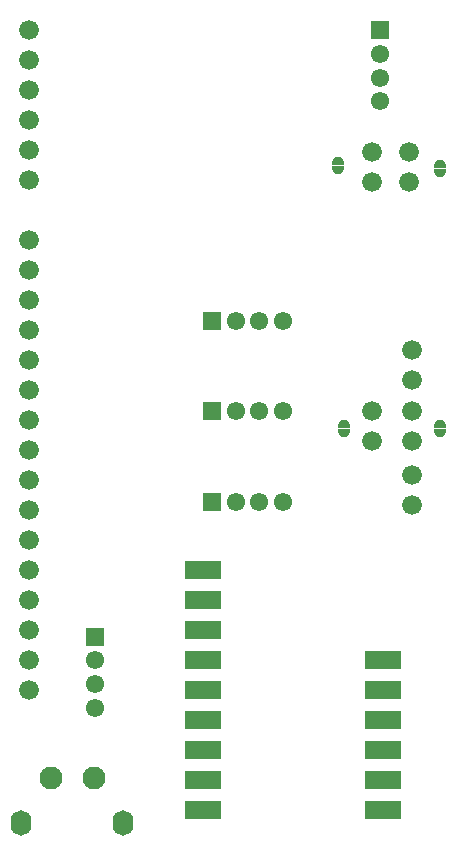
<source format=gts>
G04 DesignSpark PCB Gerber Version 12.0 Build 5942*
%FSLAX35Y35*%
%MOMM*%
%AMT72*0 Bullet Pad at angle 0*4,1,28,-0.47620,-0.37620,0.47620,-0.37620,0.47620,-0.10000,0.47240,-0.04030,0.46120,0.01840,0.44270,0.07530,0.41720,0.12940,0.38520,0.17990,0.34710,0.22600,0.30350,0.26690,0.25510,0.30200,0.20270,0.33080,0.14710,0.35280,0.08920,0.36770,0.02990,0.37520,-0.02990,0.37520,-0.08920,0.36770,-0.14710,0.35280,-0.20270,0.33080,-0.25510,0.30200,-0.30350,0.26690,-0.34710,0.22600,-0.38520,0.17990,-0.41720,0.12940,-0.44270,0.07530,-0.46120,0.01840,-0.47240,-0.04030,-0.47620,-0.10000,-0.47620,-0.37620,0*%
%ADD72T72*%
%ADD75O,1.75240X2.15240*%
%ADD24R,1.55240X1.57240*%
%ADD29C,0.95240*%
%ADD25C,1.55240*%
%ADD27C,1.67640*%
%ADD74C,1.95240*%
%ADD26R,3.15240X1.50240*%
%AMT28*0 Bullet Pad at angle 180*4,1,28,0.47620,0.37620,-0.47620,0.37620,-0.47620,0.10000,-0.47240,0.04030,-0.46120,-0.01840,-0.44270,-0.07530,-0.41720,-0.12940,-0.38520,-0.17990,-0.34710,-0.22600,-0.30350,-0.26690,-0.25510,-0.30200,-0.20270,-0.33080,-0.14710,-0.35280,-0.08920,-0.36770,-0.02990,-0.37520,0.02990,-0.37520,0.08920,-0.36770,0.14710,-0.35280,0.20270,-0.33080,0.25510,-0.30200,0.30350,-0.26690,0.34710,-0.22600,0.38520,-0.17990,0.41720,-0.12940,0.44270,-0.07530,0.46120,-0.01840,0.47240,0.04030,0.47620,0.10000,0.47620,0.37620,0*%
%ADD28T28*%
%ADD73R,1.57240X1.55240*%
X0Y0D02*
D02*
D24*
X2250240Y3365240D03*
Y4130240D03*
Y4895240D03*
D02*
D25*
X1260240Y1620240D03*
Y1820240D03*
Y2020240D03*
X2450240Y3365240D03*
Y4130240D03*
Y4895240D03*
X2650240Y3365240D03*
Y4130240D03*
Y4895240D03*
X2850240Y3365240D03*
Y4130240D03*
Y4895240D03*
X3670240Y6755240D03*
Y6955240D03*
Y7155240D03*
D02*
D26*
X2175240Y758240D03*
Y1012240D03*
Y1266240D03*
Y1520240D03*
Y1774240D03*
Y2028240D03*
Y2282240D03*
Y2536240D03*
Y2790240D03*
X3699240Y758240D03*
Y1012240D03*
Y1266240D03*
Y1520240D03*
Y1774240D03*
Y2028240D03*
D02*
D27*
X700240Y1770240D03*
Y2024240D03*
Y2278240D03*
Y2532240D03*
Y2786240D03*
Y3040240D03*
Y3294240D03*
Y3548240D03*
Y3802240D03*
Y4056240D03*
Y4310240D03*
Y4564240D03*
Y4818240D03*
Y5072240D03*
Y5326240D03*
Y5580240D03*
Y6088240D03*
Y6342240D03*
Y6596240D03*
Y6850240D03*
Y7104240D03*
Y7358240D03*
X3605240Y3875240D03*
Y4129240D03*
Y6075240D03*
Y6329240D03*
X3920240Y6071240D03*
Y6325240D03*
X3945240Y3340240D03*
Y3594240D03*
Y3875240D03*
Y4129240D03*
Y4395240D03*
Y4649240D03*
D02*
D28*
X3315240Y6170240D03*
X3365240Y3950240D03*
X4175240D03*
X4180240Y6145240D03*
D02*
D72*
X3315240Y6245240D03*
X3365240Y4025240D03*
X4175240D03*
X4180240Y6220240D03*
D02*
D73*
X1260240Y2220240D03*
X3670240Y7355240D03*
D02*
D74*
X885240Y1025240D03*
X1245240D03*
D02*
D75*
X633240Y645240D03*
X1497240D03*
X0Y0D02*
M02*

</source>
